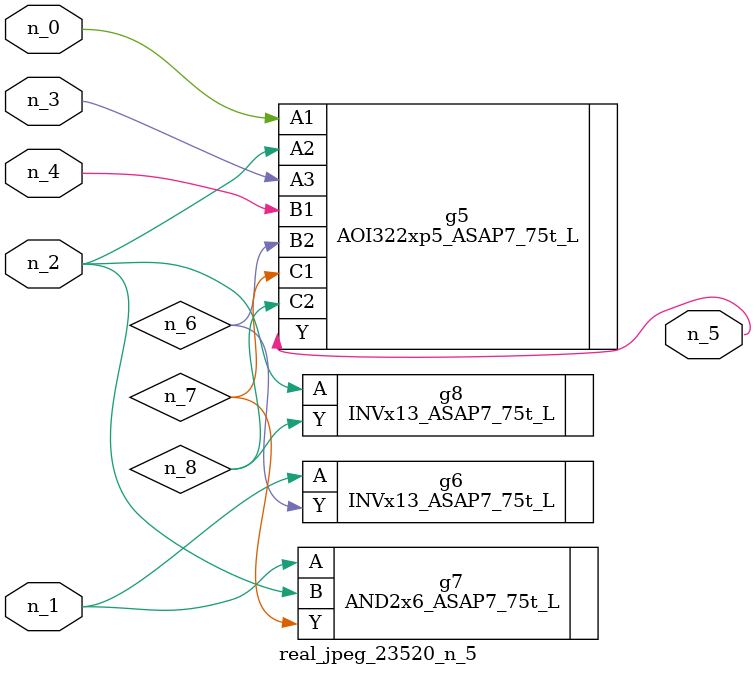
<source format=v>
module real_jpeg_23520_n_5 (n_4, n_0, n_1, n_2, n_3, n_5);

input n_4;
input n_0;
input n_1;
input n_2;
input n_3;

output n_5;

wire n_8;
wire n_6;
wire n_7;

AOI322xp5_ASAP7_75t_L g5 ( 
.A1(n_0),
.A2(n_2),
.A3(n_3),
.B1(n_4),
.B2(n_6),
.C1(n_7),
.C2(n_8),
.Y(n_5)
);

INVx13_ASAP7_75t_L g6 ( 
.A(n_1),
.Y(n_6)
);

AND2x6_ASAP7_75t_L g7 ( 
.A(n_1),
.B(n_2),
.Y(n_7)
);

INVx13_ASAP7_75t_L g8 ( 
.A(n_2),
.Y(n_8)
);


endmodule
</source>
